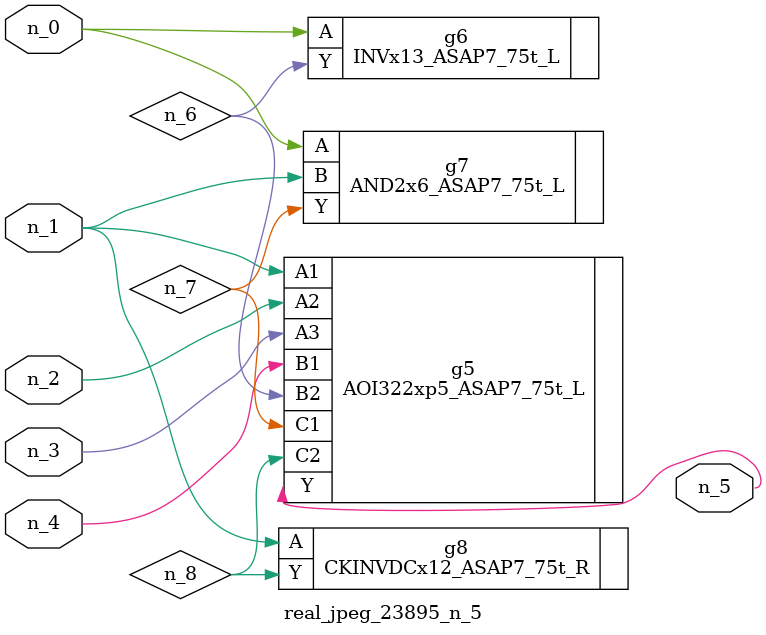
<source format=v>
module real_jpeg_23895_n_5 (n_4, n_0, n_1, n_2, n_3, n_5);

input n_4;
input n_0;
input n_1;
input n_2;
input n_3;

output n_5;

wire n_8;
wire n_6;
wire n_7;

INVx13_ASAP7_75t_L g6 ( 
.A(n_0),
.Y(n_6)
);

AND2x6_ASAP7_75t_L g7 ( 
.A(n_0),
.B(n_1),
.Y(n_7)
);

AOI322xp5_ASAP7_75t_L g5 ( 
.A1(n_1),
.A2(n_2),
.A3(n_3),
.B1(n_4),
.B2(n_6),
.C1(n_7),
.C2(n_8),
.Y(n_5)
);

CKINVDCx12_ASAP7_75t_R g8 ( 
.A(n_1),
.Y(n_8)
);


endmodule
</source>
